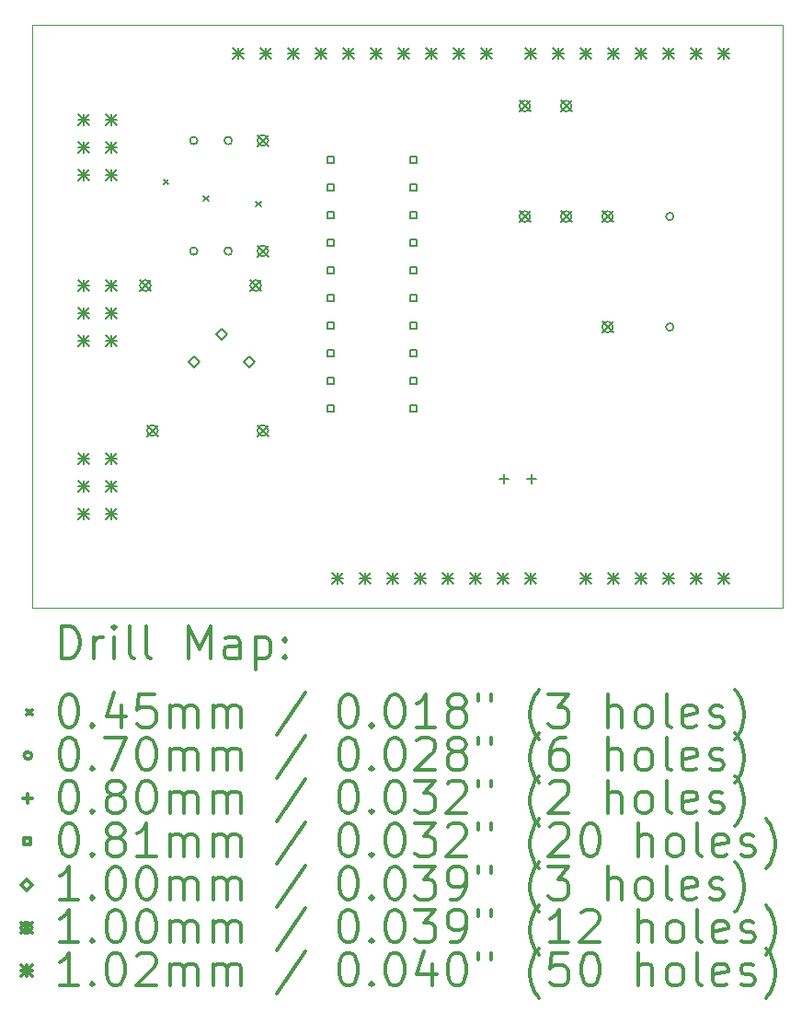
<source format=gbr>
%FSLAX45Y45*%
G04 Gerber Fmt 4.5, Leading zero omitted, Abs format (unit mm)*
G04 Created by KiCad (PCBNEW (after 2015-mar-04 BZR unknown)-product) date Fri 28 Oct 2016 10:27:26 AM CEST*
%MOMM*%
G01*
G04 APERTURE LIST*
%ADD10C,0.127000*%
%ADD11C,0.100000*%
%ADD12C,0.200000*%
%ADD13C,0.300000*%
G04 APERTURE END LIST*
D10*
D11*
X14833600Y-10515600D02*
X14833600Y-5156200D01*
X21742400Y-10515600D02*
X14833600Y-10515600D01*
X21742400Y-5156200D02*
X21742400Y-10515600D01*
X14833600Y-5156200D02*
X21742400Y-5156200D01*
D12*
X16043000Y-6581500D02*
X16088000Y-6626500D01*
X16088000Y-6581500D02*
X16043000Y-6626500D01*
X16411300Y-6733900D02*
X16456300Y-6778900D01*
X16456300Y-6733900D02*
X16411300Y-6778900D01*
X16893900Y-6784700D02*
X16938900Y-6829700D01*
X16938900Y-6784700D02*
X16893900Y-6829700D01*
X16354552Y-6223000D02*
G75*
G03X16354552Y-6223000I-35052J0D01*
G01*
X16354552Y-7239000D02*
G75*
G03X16354552Y-7239000I-35052J0D01*
G01*
X16672052Y-6223000D02*
G75*
G03X16672052Y-6223000I-35052J0D01*
G01*
X16672052Y-7239000D02*
G75*
G03X16672052Y-7239000I-35052J0D01*
G01*
X20736052Y-6921500D02*
G75*
G03X20736052Y-6921500I-35052J0D01*
G01*
X20736052Y-7937500D02*
G75*
G03X20736052Y-7937500I-35052J0D01*
G01*
X19177000Y-9294495D02*
X19177000Y-9374505D01*
X19136995Y-9334500D02*
X19217005Y-9334500D01*
X19431000Y-9294495D02*
X19431000Y-9374505D01*
X19390995Y-9334500D02*
X19471005Y-9334500D01*
X17605537Y-6429537D02*
X17605537Y-6372063D01*
X17548063Y-6372063D01*
X17548063Y-6429537D01*
X17605537Y-6429537D01*
X17605537Y-6683537D02*
X17605537Y-6626063D01*
X17548063Y-6626063D01*
X17548063Y-6683537D01*
X17605537Y-6683537D01*
X17605537Y-6937537D02*
X17605537Y-6880063D01*
X17548063Y-6880063D01*
X17548063Y-6937537D01*
X17605537Y-6937537D01*
X17605537Y-7191537D02*
X17605537Y-7134063D01*
X17548063Y-7134063D01*
X17548063Y-7191537D01*
X17605537Y-7191537D01*
X17605537Y-7445537D02*
X17605537Y-7388063D01*
X17548063Y-7388063D01*
X17548063Y-7445537D01*
X17605537Y-7445537D01*
X17605537Y-7699537D02*
X17605537Y-7642063D01*
X17548063Y-7642063D01*
X17548063Y-7699537D01*
X17605537Y-7699537D01*
X17605537Y-7953537D02*
X17605537Y-7896063D01*
X17548063Y-7896063D01*
X17548063Y-7953537D01*
X17605537Y-7953537D01*
X17605537Y-8207537D02*
X17605537Y-8150063D01*
X17548063Y-8150063D01*
X17548063Y-8207537D01*
X17605537Y-8207537D01*
X17605537Y-8461537D02*
X17605537Y-8404063D01*
X17548063Y-8404063D01*
X17548063Y-8461537D01*
X17605537Y-8461537D01*
X17605537Y-8715537D02*
X17605537Y-8658063D01*
X17548063Y-8658063D01*
X17548063Y-8715537D01*
X17605537Y-8715537D01*
X18367537Y-6429537D02*
X18367537Y-6372063D01*
X18310063Y-6372063D01*
X18310063Y-6429537D01*
X18367537Y-6429537D01*
X18367537Y-6683537D02*
X18367537Y-6626063D01*
X18310063Y-6626063D01*
X18310063Y-6683537D01*
X18367537Y-6683537D01*
X18367537Y-6937537D02*
X18367537Y-6880063D01*
X18310063Y-6880063D01*
X18310063Y-6937537D01*
X18367537Y-6937537D01*
X18367537Y-7191537D02*
X18367537Y-7134063D01*
X18310063Y-7134063D01*
X18310063Y-7191537D01*
X18367537Y-7191537D01*
X18367537Y-7445537D02*
X18367537Y-7388063D01*
X18310063Y-7388063D01*
X18310063Y-7445537D01*
X18367537Y-7445537D01*
X18367537Y-7699537D02*
X18367537Y-7642063D01*
X18310063Y-7642063D01*
X18310063Y-7699537D01*
X18367537Y-7699537D01*
X18367537Y-7953537D02*
X18367537Y-7896063D01*
X18310063Y-7896063D01*
X18310063Y-7953537D01*
X18367537Y-7953537D01*
X18367537Y-8207537D02*
X18367537Y-8150063D01*
X18310063Y-8150063D01*
X18310063Y-8207537D01*
X18367537Y-8207537D01*
X18367537Y-8461537D02*
X18367537Y-8404063D01*
X18310063Y-8404063D01*
X18310063Y-8461537D01*
X18367537Y-8461537D01*
X18367537Y-8715537D02*
X18367537Y-8658063D01*
X18310063Y-8658063D01*
X18310063Y-8715537D01*
X18367537Y-8715537D01*
X16319500Y-8305000D02*
X16369500Y-8255000D01*
X16319500Y-8205000D01*
X16269500Y-8255000D01*
X16319500Y-8305000D01*
X16573500Y-8051000D02*
X16623500Y-8001000D01*
X16573500Y-7951000D01*
X16523500Y-8001000D01*
X16573500Y-8051000D01*
X16827500Y-8305000D02*
X16877500Y-8255000D01*
X16827500Y-8205000D01*
X16777500Y-8255000D01*
X16827500Y-8305000D01*
X15824962Y-7506462D02*
X15925038Y-7606538D01*
X15925038Y-7506462D02*
X15824962Y-7606538D01*
X15925038Y-7556500D02*
G75*
G03X15925038Y-7556500I-50038J0D01*
G01*
X15888462Y-8839962D02*
X15988538Y-8940038D01*
X15988538Y-8839962D02*
X15888462Y-8940038D01*
X15988538Y-8890000D02*
G75*
G03X15988538Y-8890000I-50038J0D01*
G01*
X16840962Y-7506462D02*
X16941038Y-7606538D01*
X16941038Y-7506462D02*
X16840962Y-7606538D01*
X16941038Y-7556500D02*
G75*
G03X16941038Y-7556500I-50038J0D01*
G01*
X16904462Y-6172962D02*
X17004538Y-6273038D01*
X17004538Y-6172962D02*
X16904462Y-6273038D01*
X17004538Y-6223000D02*
G75*
G03X17004538Y-6223000I-50038J0D01*
G01*
X16904462Y-7188962D02*
X17004538Y-7289038D01*
X17004538Y-7188962D02*
X16904462Y-7289038D01*
X17004538Y-7239000D02*
G75*
G03X17004538Y-7239000I-50038J0D01*
G01*
X16904462Y-8839962D02*
X17004538Y-8940038D01*
X17004538Y-8839962D02*
X16904462Y-8940038D01*
X17004538Y-8890000D02*
G75*
G03X17004538Y-8890000I-50038J0D01*
G01*
X19317462Y-5855462D02*
X19417538Y-5955538D01*
X19417538Y-5855462D02*
X19317462Y-5955538D01*
X19417538Y-5905500D02*
G75*
G03X19417538Y-5905500I-50038J0D01*
G01*
X19317462Y-6871462D02*
X19417538Y-6971538D01*
X19417538Y-6871462D02*
X19317462Y-6971538D01*
X19417538Y-6921500D02*
G75*
G03X19417538Y-6921500I-50038J0D01*
G01*
X19698462Y-5855462D02*
X19798538Y-5955538D01*
X19798538Y-5855462D02*
X19698462Y-5955538D01*
X19798538Y-5905500D02*
G75*
G03X19798538Y-5905500I-50038J0D01*
G01*
X19698462Y-6871462D02*
X19798538Y-6971538D01*
X19798538Y-6871462D02*
X19698462Y-6971538D01*
X19798538Y-6921500D02*
G75*
G03X19798538Y-6921500I-50038J0D01*
G01*
X20079462Y-6871462D02*
X20179538Y-6971538D01*
X20179538Y-6871462D02*
X20079462Y-6971538D01*
X20179538Y-6921500D02*
G75*
G03X20179538Y-6921500I-50038J0D01*
G01*
X20079462Y-7887462D02*
X20179538Y-7987538D01*
X20179538Y-7887462D02*
X20079462Y-7987538D01*
X20179538Y-7937500D02*
G75*
G03X20179538Y-7937500I-50038J0D01*
G01*
X15252700Y-5981700D02*
X15354300Y-6083300D01*
X15354300Y-5981700D02*
X15252700Y-6083300D01*
X15303500Y-5981700D02*
X15303500Y-6083300D01*
X15252700Y-6032500D02*
X15354300Y-6032500D01*
X15252700Y-6235700D02*
X15354300Y-6337300D01*
X15354300Y-6235700D02*
X15252700Y-6337300D01*
X15303500Y-6235700D02*
X15303500Y-6337300D01*
X15252700Y-6286500D02*
X15354300Y-6286500D01*
X15252700Y-6489700D02*
X15354300Y-6591300D01*
X15354300Y-6489700D02*
X15252700Y-6591300D01*
X15303500Y-6489700D02*
X15303500Y-6591300D01*
X15252700Y-6540500D02*
X15354300Y-6540500D01*
X15252700Y-7505700D02*
X15354300Y-7607300D01*
X15354300Y-7505700D02*
X15252700Y-7607300D01*
X15303500Y-7505700D02*
X15303500Y-7607300D01*
X15252700Y-7556500D02*
X15354300Y-7556500D01*
X15252700Y-7759700D02*
X15354300Y-7861300D01*
X15354300Y-7759700D02*
X15252700Y-7861300D01*
X15303500Y-7759700D02*
X15303500Y-7861300D01*
X15252700Y-7810500D02*
X15354300Y-7810500D01*
X15252700Y-8013700D02*
X15354300Y-8115300D01*
X15354300Y-8013700D02*
X15252700Y-8115300D01*
X15303500Y-8013700D02*
X15303500Y-8115300D01*
X15252700Y-8064500D02*
X15354300Y-8064500D01*
X15252700Y-9093200D02*
X15354300Y-9194800D01*
X15354300Y-9093200D02*
X15252700Y-9194800D01*
X15303500Y-9093200D02*
X15303500Y-9194800D01*
X15252700Y-9144000D02*
X15354300Y-9144000D01*
X15252700Y-9347200D02*
X15354300Y-9448800D01*
X15354300Y-9347200D02*
X15252700Y-9448800D01*
X15303500Y-9347200D02*
X15303500Y-9448800D01*
X15252700Y-9398000D02*
X15354300Y-9398000D01*
X15252700Y-9601200D02*
X15354300Y-9702800D01*
X15354300Y-9601200D02*
X15252700Y-9702800D01*
X15303500Y-9601200D02*
X15303500Y-9702800D01*
X15252700Y-9652000D02*
X15354300Y-9652000D01*
X15506700Y-5981700D02*
X15608300Y-6083300D01*
X15608300Y-5981700D02*
X15506700Y-6083300D01*
X15557500Y-5981700D02*
X15557500Y-6083300D01*
X15506700Y-6032500D02*
X15608300Y-6032500D01*
X15506700Y-6235700D02*
X15608300Y-6337300D01*
X15608300Y-6235700D02*
X15506700Y-6337300D01*
X15557500Y-6235700D02*
X15557500Y-6337300D01*
X15506700Y-6286500D02*
X15608300Y-6286500D01*
X15506700Y-6489700D02*
X15608300Y-6591300D01*
X15608300Y-6489700D02*
X15506700Y-6591300D01*
X15557500Y-6489700D02*
X15557500Y-6591300D01*
X15506700Y-6540500D02*
X15608300Y-6540500D01*
X15506700Y-7505700D02*
X15608300Y-7607300D01*
X15608300Y-7505700D02*
X15506700Y-7607300D01*
X15557500Y-7505700D02*
X15557500Y-7607300D01*
X15506700Y-7556500D02*
X15608300Y-7556500D01*
X15506700Y-7759700D02*
X15608300Y-7861300D01*
X15608300Y-7759700D02*
X15506700Y-7861300D01*
X15557500Y-7759700D02*
X15557500Y-7861300D01*
X15506700Y-7810500D02*
X15608300Y-7810500D01*
X15506700Y-8013700D02*
X15608300Y-8115300D01*
X15608300Y-8013700D02*
X15506700Y-8115300D01*
X15557500Y-8013700D02*
X15557500Y-8115300D01*
X15506700Y-8064500D02*
X15608300Y-8064500D01*
X15506700Y-9093200D02*
X15608300Y-9194800D01*
X15608300Y-9093200D02*
X15506700Y-9194800D01*
X15557500Y-9093200D02*
X15557500Y-9194800D01*
X15506700Y-9144000D02*
X15608300Y-9144000D01*
X15506700Y-9347200D02*
X15608300Y-9448800D01*
X15608300Y-9347200D02*
X15506700Y-9448800D01*
X15557500Y-9347200D02*
X15557500Y-9448800D01*
X15506700Y-9398000D02*
X15608300Y-9398000D01*
X15506700Y-9601200D02*
X15608300Y-9702800D01*
X15608300Y-9601200D02*
X15506700Y-9702800D01*
X15557500Y-9601200D02*
X15557500Y-9702800D01*
X15506700Y-9652000D02*
X15608300Y-9652000D01*
X16678910Y-5369560D02*
X16780510Y-5471160D01*
X16780510Y-5369560D02*
X16678910Y-5471160D01*
X16729710Y-5369560D02*
X16729710Y-5471160D01*
X16678910Y-5420360D02*
X16780510Y-5420360D01*
X16932910Y-5369560D02*
X17034510Y-5471160D01*
X17034510Y-5369560D02*
X16932910Y-5471160D01*
X16983710Y-5369560D02*
X16983710Y-5471160D01*
X16932910Y-5420360D02*
X17034510Y-5420360D01*
X17186910Y-5369560D02*
X17288510Y-5471160D01*
X17288510Y-5369560D02*
X17186910Y-5471160D01*
X17237710Y-5369560D02*
X17237710Y-5471160D01*
X17186910Y-5420360D02*
X17288510Y-5420360D01*
X17440910Y-5369560D02*
X17542510Y-5471160D01*
X17542510Y-5369560D02*
X17440910Y-5471160D01*
X17491710Y-5369560D02*
X17491710Y-5471160D01*
X17440910Y-5420360D02*
X17542510Y-5420360D01*
X17593310Y-10195560D02*
X17694910Y-10297160D01*
X17694910Y-10195560D02*
X17593310Y-10297160D01*
X17644110Y-10195560D02*
X17644110Y-10297160D01*
X17593310Y-10246360D02*
X17694910Y-10246360D01*
X17694910Y-5369560D02*
X17796510Y-5471160D01*
X17796510Y-5369560D02*
X17694910Y-5471160D01*
X17745710Y-5369560D02*
X17745710Y-5471160D01*
X17694910Y-5420360D02*
X17796510Y-5420360D01*
X17847310Y-10195560D02*
X17948910Y-10297160D01*
X17948910Y-10195560D02*
X17847310Y-10297160D01*
X17898110Y-10195560D02*
X17898110Y-10297160D01*
X17847310Y-10246360D02*
X17948910Y-10246360D01*
X17948910Y-5369560D02*
X18050510Y-5471160D01*
X18050510Y-5369560D02*
X17948910Y-5471160D01*
X17999710Y-5369560D02*
X17999710Y-5471160D01*
X17948910Y-5420360D02*
X18050510Y-5420360D01*
X18101310Y-10195560D02*
X18202910Y-10297160D01*
X18202910Y-10195560D02*
X18101310Y-10297160D01*
X18152110Y-10195560D02*
X18152110Y-10297160D01*
X18101310Y-10246360D02*
X18202910Y-10246360D01*
X18202910Y-5369560D02*
X18304510Y-5471160D01*
X18304510Y-5369560D02*
X18202910Y-5471160D01*
X18253710Y-5369560D02*
X18253710Y-5471160D01*
X18202910Y-5420360D02*
X18304510Y-5420360D01*
X18355310Y-10195560D02*
X18456910Y-10297160D01*
X18456910Y-10195560D02*
X18355310Y-10297160D01*
X18406110Y-10195560D02*
X18406110Y-10297160D01*
X18355310Y-10246360D02*
X18456910Y-10246360D01*
X18456910Y-5369560D02*
X18558510Y-5471160D01*
X18558510Y-5369560D02*
X18456910Y-5471160D01*
X18507710Y-5369560D02*
X18507710Y-5471160D01*
X18456910Y-5420360D02*
X18558510Y-5420360D01*
X18609310Y-10195560D02*
X18710910Y-10297160D01*
X18710910Y-10195560D02*
X18609310Y-10297160D01*
X18660110Y-10195560D02*
X18660110Y-10297160D01*
X18609310Y-10246360D02*
X18710910Y-10246360D01*
X18710910Y-5369560D02*
X18812510Y-5471160D01*
X18812510Y-5369560D02*
X18710910Y-5471160D01*
X18761710Y-5369560D02*
X18761710Y-5471160D01*
X18710910Y-5420360D02*
X18812510Y-5420360D01*
X18863310Y-10195560D02*
X18964910Y-10297160D01*
X18964910Y-10195560D02*
X18863310Y-10297160D01*
X18914110Y-10195560D02*
X18914110Y-10297160D01*
X18863310Y-10246360D02*
X18964910Y-10246360D01*
X18964910Y-5369560D02*
X19066510Y-5471160D01*
X19066510Y-5369560D02*
X18964910Y-5471160D01*
X19015710Y-5369560D02*
X19015710Y-5471160D01*
X18964910Y-5420360D02*
X19066510Y-5420360D01*
X19117310Y-10195560D02*
X19218910Y-10297160D01*
X19218910Y-10195560D02*
X19117310Y-10297160D01*
X19168110Y-10195560D02*
X19168110Y-10297160D01*
X19117310Y-10246360D02*
X19218910Y-10246360D01*
X19371310Y-5369560D02*
X19472910Y-5471160D01*
X19472910Y-5369560D02*
X19371310Y-5471160D01*
X19422110Y-5369560D02*
X19422110Y-5471160D01*
X19371310Y-5420360D02*
X19472910Y-5420360D01*
X19371310Y-10195560D02*
X19472910Y-10297160D01*
X19472910Y-10195560D02*
X19371310Y-10297160D01*
X19422110Y-10195560D02*
X19422110Y-10297160D01*
X19371310Y-10246360D02*
X19472910Y-10246360D01*
X19625310Y-5369560D02*
X19726910Y-5471160D01*
X19726910Y-5369560D02*
X19625310Y-5471160D01*
X19676110Y-5369560D02*
X19676110Y-5471160D01*
X19625310Y-5420360D02*
X19726910Y-5420360D01*
X19879310Y-5369560D02*
X19980910Y-5471160D01*
X19980910Y-5369560D02*
X19879310Y-5471160D01*
X19930110Y-5369560D02*
X19930110Y-5471160D01*
X19879310Y-5420360D02*
X19980910Y-5420360D01*
X19879310Y-10195560D02*
X19980910Y-10297160D01*
X19980910Y-10195560D02*
X19879310Y-10297160D01*
X19930110Y-10195560D02*
X19930110Y-10297160D01*
X19879310Y-10246360D02*
X19980910Y-10246360D01*
X20133310Y-5369560D02*
X20234910Y-5471160D01*
X20234910Y-5369560D02*
X20133310Y-5471160D01*
X20184110Y-5369560D02*
X20184110Y-5471160D01*
X20133310Y-5420360D02*
X20234910Y-5420360D01*
X20133310Y-10195560D02*
X20234910Y-10297160D01*
X20234910Y-10195560D02*
X20133310Y-10297160D01*
X20184110Y-10195560D02*
X20184110Y-10297160D01*
X20133310Y-10246360D02*
X20234910Y-10246360D01*
X20387310Y-5369560D02*
X20488910Y-5471160D01*
X20488910Y-5369560D02*
X20387310Y-5471160D01*
X20438110Y-5369560D02*
X20438110Y-5471160D01*
X20387310Y-5420360D02*
X20488910Y-5420360D01*
X20387310Y-10195560D02*
X20488910Y-10297160D01*
X20488910Y-10195560D02*
X20387310Y-10297160D01*
X20438110Y-10195560D02*
X20438110Y-10297160D01*
X20387310Y-10246360D02*
X20488910Y-10246360D01*
X20641310Y-5369560D02*
X20742910Y-5471160D01*
X20742910Y-5369560D02*
X20641310Y-5471160D01*
X20692110Y-5369560D02*
X20692110Y-5471160D01*
X20641310Y-5420360D02*
X20742910Y-5420360D01*
X20641310Y-10195560D02*
X20742910Y-10297160D01*
X20742910Y-10195560D02*
X20641310Y-10297160D01*
X20692110Y-10195560D02*
X20692110Y-10297160D01*
X20641310Y-10246360D02*
X20742910Y-10246360D01*
X20895310Y-5369560D02*
X20996910Y-5471160D01*
X20996910Y-5369560D02*
X20895310Y-5471160D01*
X20946110Y-5369560D02*
X20946110Y-5471160D01*
X20895310Y-5420360D02*
X20996910Y-5420360D01*
X20895310Y-10195560D02*
X20996910Y-10297160D01*
X20996910Y-10195560D02*
X20895310Y-10297160D01*
X20946110Y-10195560D02*
X20946110Y-10297160D01*
X20895310Y-10246360D02*
X20996910Y-10246360D01*
X21149310Y-5369560D02*
X21250910Y-5471160D01*
X21250910Y-5369560D02*
X21149310Y-5471160D01*
X21200110Y-5369560D02*
X21200110Y-5471160D01*
X21149310Y-5420360D02*
X21250910Y-5420360D01*
X21149310Y-10195560D02*
X21250910Y-10297160D01*
X21250910Y-10195560D02*
X21149310Y-10297160D01*
X21200110Y-10195560D02*
X21200110Y-10297160D01*
X21149310Y-10246360D02*
X21250910Y-10246360D01*
D13*
X15100028Y-10986314D02*
X15100028Y-10686314D01*
X15171457Y-10686314D01*
X15214314Y-10700600D01*
X15242886Y-10729172D01*
X15257171Y-10757743D01*
X15271457Y-10814886D01*
X15271457Y-10857743D01*
X15257171Y-10914886D01*
X15242886Y-10943457D01*
X15214314Y-10972029D01*
X15171457Y-10986314D01*
X15100028Y-10986314D01*
X15400028Y-10986314D02*
X15400028Y-10786314D01*
X15400028Y-10843457D02*
X15414314Y-10814886D01*
X15428600Y-10800600D01*
X15457171Y-10786314D01*
X15485743Y-10786314D01*
X15585743Y-10986314D02*
X15585743Y-10786314D01*
X15585743Y-10686314D02*
X15571457Y-10700600D01*
X15585743Y-10714886D01*
X15600028Y-10700600D01*
X15585743Y-10686314D01*
X15585743Y-10714886D01*
X15771457Y-10986314D02*
X15742886Y-10972029D01*
X15728600Y-10943457D01*
X15728600Y-10686314D01*
X15928600Y-10986314D02*
X15900028Y-10972029D01*
X15885743Y-10943457D01*
X15885743Y-10686314D01*
X16271457Y-10986314D02*
X16271457Y-10686314D01*
X16371457Y-10900600D01*
X16471457Y-10686314D01*
X16471457Y-10986314D01*
X16742886Y-10986314D02*
X16742886Y-10829172D01*
X16728600Y-10800600D01*
X16700028Y-10786314D01*
X16642886Y-10786314D01*
X16614314Y-10800600D01*
X16742886Y-10972029D02*
X16714314Y-10986314D01*
X16642886Y-10986314D01*
X16614314Y-10972029D01*
X16600028Y-10943457D01*
X16600028Y-10914886D01*
X16614314Y-10886314D01*
X16642886Y-10872029D01*
X16714314Y-10872029D01*
X16742886Y-10857743D01*
X16885743Y-10786314D02*
X16885743Y-11086314D01*
X16885743Y-10800600D02*
X16914314Y-10786314D01*
X16971457Y-10786314D01*
X17000029Y-10800600D01*
X17014314Y-10814886D01*
X17028600Y-10843457D01*
X17028600Y-10929172D01*
X17014314Y-10957743D01*
X17000029Y-10972029D01*
X16971457Y-10986314D01*
X16914314Y-10986314D01*
X16885743Y-10972029D01*
X17157171Y-10957743D02*
X17171457Y-10972029D01*
X17157171Y-10986314D01*
X17142886Y-10972029D01*
X17157171Y-10957743D01*
X17157171Y-10986314D01*
X17157171Y-10800600D02*
X17171457Y-10814886D01*
X17157171Y-10829172D01*
X17142886Y-10814886D01*
X17157171Y-10800600D01*
X17157171Y-10829172D01*
X14783600Y-11458100D02*
X14828600Y-11503100D01*
X14828600Y-11458100D02*
X14783600Y-11503100D01*
X15157171Y-11316314D02*
X15185743Y-11316314D01*
X15214314Y-11330600D01*
X15228600Y-11344886D01*
X15242886Y-11373457D01*
X15257171Y-11430600D01*
X15257171Y-11502029D01*
X15242886Y-11559171D01*
X15228600Y-11587743D01*
X15214314Y-11602029D01*
X15185743Y-11616314D01*
X15157171Y-11616314D01*
X15128600Y-11602029D01*
X15114314Y-11587743D01*
X15100028Y-11559171D01*
X15085743Y-11502029D01*
X15085743Y-11430600D01*
X15100028Y-11373457D01*
X15114314Y-11344886D01*
X15128600Y-11330600D01*
X15157171Y-11316314D01*
X15385743Y-11587743D02*
X15400028Y-11602029D01*
X15385743Y-11616314D01*
X15371457Y-11602029D01*
X15385743Y-11587743D01*
X15385743Y-11616314D01*
X15657171Y-11416314D02*
X15657171Y-11616314D01*
X15585743Y-11302029D02*
X15514314Y-11516314D01*
X15700028Y-11516314D01*
X15957171Y-11316314D02*
X15814314Y-11316314D01*
X15800028Y-11459171D01*
X15814314Y-11444886D01*
X15842886Y-11430600D01*
X15914314Y-11430600D01*
X15942886Y-11444886D01*
X15957171Y-11459171D01*
X15971457Y-11487743D01*
X15971457Y-11559171D01*
X15957171Y-11587743D01*
X15942886Y-11602029D01*
X15914314Y-11616314D01*
X15842886Y-11616314D01*
X15814314Y-11602029D01*
X15800028Y-11587743D01*
X16100028Y-11616314D02*
X16100028Y-11416314D01*
X16100028Y-11444886D02*
X16114314Y-11430600D01*
X16142886Y-11416314D01*
X16185743Y-11416314D01*
X16214314Y-11430600D01*
X16228600Y-11459171D01*
X16228600Y-11616314D01*
X16228600Y-11459171D02*
X16242886Y-11430600D01*
X16271457Y-11416314D01*
X16314314Y-11416314D01*
X16342886Y-11430600D01*
X16357171Y-11459171D01*
X16357171Y-11616314D01*
X16500028Y-11616314D02*
X16500028Y-11416314D01*
X16500028Y-11444886D02*
X16514314Y-11430600D01*
X16542886Y-11416314D01*
X16585743Y-11416314D01*
X16614314Y-11430600D01*
X16628600Y-11459171D01*
X16628600Y-11616314D01*
X16628600Y-11459171D02*
X16642886Y-11430600D01*
X16671457Y-11416314D01*
X16714314Y-11416314D01*
X16742886Y-11430600D01*
X16757171Y-11459171D01*
X16757171Y-11616314D01*
X17342886Y-11302029D02*
X17085743Y-11687743D01*
X17728600Y-11316314D02*
X17757171Y-11316314D01*
X17785743Y-11330600D01*
X17800028Y-11344886D01*
X17814314Y-11373457D01*
X17828600Y-11430600D01*
X17828600Y-11502029D01*
X17814314Y-11559171D01*
X17800028Y-11587743D01*
X17785743Y-11602029D01*
X17757171Y-11616314D01*
X17728600Y-11616314D01*
X17700028Y-11602029D01*
X17685743Y-11587743D01*
X17671457Y-11559171D01*
X17657171Y-11502029D01*
X17657171Y-11430600D01*
X17671457Y-11373457D01*
X17685743Y-11344886D01*
X17700028Y-11330600D01*
X17728600Y-11316314D01*
X17957171Y-11587743D02*
X17971457Y-11602029D01*
X17957171Y-11616314D01*
X17942886Y-11602029D01*
X17957171Y-11587743D01*
X17957171Y-11616314D01*
X18157171Y-11316314D02*
X18185743Y-11316314D01*
X18214314Y-11330600D01*
X18228600Y-11344886D01*
X18242886Y-11373457D01*
X18257171Y-11430600D01*
X18257171Y-11502029D01*
X18242886Y-11559171D01*
X18228600Y-11587743D01*
X18214314Y-11602029D01*
X18185743Y-11616314D01*
X18157171Y-11616314D01*
X18128600Y-11602029D01*
X18114314Y-11587743D01*
X18100028Y-11559171D01*
X18085743Y-11502029D01*
X18085743Y-11430600D01*
X18100028Y-11373457D01*
X18114314Y-11344886D01*
X18128600Y-11330600D01*
X18157171Y-11316314D01*
X18542886Y-11616314D02*
X18371457Y-11616314D01*
X18457171Y-11616314D02*
X18457171Y-11316314D01*
X18428600Y-11359171D01*
X18400028Y-11387743D01*
X18371457Y-11402029D01*
X18714314Y-11444886D02*
X18685743Y-11430600D01*
X18671457Y-11416314D01*
X18657171Y-11387743D01*
X18657171Y-11373457D01*
X18671457Y-11344886D01*
X18685743Y-11330600D01*
X18714314Y-11316314D01*
X18771457Y-11316314D01*
X18800028Y-11330600D01*
X18814314Y-11344886D01*
X18828600Y-11373457D01*
X18828600Y-11387743D01*
X18814314Y-11416314D01*
X18800028Y-11430600D01*
X18771457Y-11444886D01*
X18714314Y-11444886D01*
X18685743Y-11459171D01*
X18671457Y-11473457D01*
X18657171Y-11502029D01*
X18657171Y-11559171D01*
X18671457Y-11587743D01*
X18685743Y-11602029D01*
X18714314Y-11616314D01*
X18771457Y-11616314D01*
X18800028Y-11602029D01*
X18814314Y-11587743D01*
X18828600Y-11559171D01*
X18828600Y-11502029D01*
X18814314Y-11473457D01*
X18800028Y-11459171D01*
X18771457Y-11444886D01*
X18942886Y-11316314D02*
X18942886Y-11373457D01*
X19057171Y-11316314D02*
X19057171Y-11373457D01*
X19500028Y-11730600D02*
X19485743Y-11716314D01*
X19457171Y-11673457D01*
X19442886Y-11644886D01*
X19428600Y-11602029D01*
X19414314Y-11530600D01*
X19414314Y-11473457D01*
X19428600Y-11402029D01*
X19442886Y-11359171D01*
X19457171Y-11330600D01*
X19485743Y-11287743D01*
X19500028Y-11273457D01*
X19585743Y-11316314D02*
X19771457Y-11316314D01*
X19671457Y-11430600D01*
X19714314Y-11430600D01*
X19742886Y-11444886D01*
X19757171Y-11459171D01*
X19771457Y-11487743D01*
X19771457Y-11559171D01*
X19757171Y-11587743D01*
X19742886Y-11602029D01*
X19714314Y-11616314D01*
X19628600Y-11616314D01*
X19600028Y-11602029D01*
X19585743Y-11587743D01*
X20128600Y-11616314D02*
X20128600Y-11316314D01*
X20257171Y-11616314D02*
X20257171Y-11459171D01*
X20242886Y-11430600D01*
X20214314Y-11416314D01*
X20171457Y-11416314D01*
X20142886Y-11430600D01*
X20128600Y-11444886D01*
X20442886Y-11616314D02*
X20414314Y-11602029D01*
X20400028Y-11587743D01*
X20385743Y-11559171D01*
X20385743Y-11473457D01*
X20400028Y-11444886D01*
X20414314Y-11430600D01*
X20442886Y-11416314D01*
X20485743Y-11416314D01*
X20514314Y-11430600D01*
X20528600Y-11444886D01*
X20542886Y-11473457D01*
X20542886Y-11559171D01*
X20528600Y-11587743D01*
X20514314Y-11602029D01*
X20485743Y-11616314D01*
X20442886Y-11616314D01*
X20714314Y-11616314D02*
X20685743Y-11602029D01*
X20671457Y-11573457D01*
X20671457Y-11316314D01*
X20942886Y-11602029D02*
X20914314Y-11616314D01*
X20857171Y-11616314D01*
X20828600Y-11602029D01*
X20814314Y-11573457D01*
X20814314Y-11459171D01*
X20828600Y-11430600D01*
X20857171Y-11416314D01*
X20914314Y-11416314D01*
X20942886Y-11430600D01*
X20957171Y-11459171D01*
X20957171Y-11487743D01*
X20814314Y-11516314D01*
X21071457Y-11602029D02*
X21100029Y-11616314D01*
X21157171Y-11616314D01*
X21185743Y-11602029D01*
X21200029Y-11573457D01*
X21200029Y-11559171D01*
X21185743Y-11530600D01*
X21157171Y-11516314D01*
X21114314Y-11516314D01*
X21085743Y-11502029D01*
X21071457Y-11473457D01*
X21071457Y-11459171D01*
X21085743Y-11430600D01*
X21114314Y-11416314D01*
X21157171Y-11416314D01*
X21185743Y-11430600D01*
X21300028Y-11730600D02*
X21314314Y-11716314D01*
X21342886Y-11673457D01*
X21357171Y-11644886D01*
X21371457Y-11602029D01*
X21385743Y-11530600D01*
X21385743Y-11473457D01*
X21371457Y-11402029D01*
X21357171Y-11359171D01*
X21342886Y-11330600D01*
X21314314Y-11287743D01*
X21300028Y-11273457D01*
X14828600Y-11876600D02*
G75*
G03X14828600Y-11876600I-35052J0D01*
G01*
X15157171Y-11712314D02*
X15185743Y-11712314D01*
X15214314Y-11726600D01*
X15228600Y-11740886D01*
X15242886Y-11769457D01*
X15257171Y-11826600D01*
X15257171Y-11898029D01*
X15242886Y-11955171D01*
X15228600Y-11983743D01*
X15214314Y-11998029D01*
X15185743Y-12012314D01*
X15157171Y-12012314D01*
X15128600Y-11998029D01*
X15114314Y-11983743D01*
X15100028Y-11955171D01*
X15085743Y-11898029D01*
X15085743Y-11826600D01*
X15100028Y-11769457D01*
X15114314Y-11740886D01*
X15128600Y-11726600D01*
X15157171Y-11712314D01*
X15385743Y-11983743D02*
X15400028Y-11998029D01*
X15385743Y-12012314D01*
X15371457Y-11998029D01*
X15385743Y-11983743D01*
X15385743Y-12012314D01*
X15500028Y-11712314D02*
X15700028Y-11712314D01*
X15571457Y-12012314D01*
X15871457Y-11712314D02*
X15900028Y-11712314D01*
X15928600Y-11726600D01*
X15942886Y-11740886D01*
X15957171Y-11769457D01*
X15971457Y-11826600D01*
X15971457Y-11898029D01*
X15957171Y-11955171D01*
X15942886Y-11983743D01*
X15928600Y-11998029D01*
X15900028Y-12012314D01*
X15871457Y-12012314D01*
X15842886Y-11998029D01*
X15828600Y-11983743D01*
X15814314Y-11955171D01*
X15800028Y-11898029D01*
X15800028Y-11826600D01*
X15814314Y-11769457D01*
X15828600Y-11740886D01*
X15842886Y-11726600D01*
X15871457Y-11712314D01*
X16100028Y-12012314D02*
X16100028Y-11812314D01*
X16100028Y-11840886D02*
X16114314Y-11826600D01*
X16142886Y-11812314D01*
X16185743Y-11812314D01*
X16214314Y-11826600D01*
X16228600Y-11855171D01*
X16228600Y-12012314D01*
X16228600Y-11855171D02*
X16242886Y-11826600D01*
X16271457Y-11812314D01*
X16314314Y-11812314D01*
X16342886Y-11826600D01*
X16357171Y-11855171D01*
X16357171Y-12012314D01*
X16500028Y-12012314D02*
X16500028Y-11812314D01*
X16500028Y-11840886D02*
X16514314Y-11826600D01*
X16542886Y-11812314D01*
X16585743Y-11812314D01*
X16614314Y-11826600D01*
X16628600Y-11855171D01*
X16628600Y-12012314D01*
X16628600Y-11855171D02*
X16642886Y-11826600D01*
X16671457Y-11812314D01*
X16714314Y-11812314D01*
X16742886Y-11826600D01*
X16757171Y-11855171D01*
X16757171Y-12012314D01*
X17342886Y-11698029D02*
X17085743Y-12083743D01*
X17728600Y-11712314D02*
X17757171Y-11712314D01*
X17785743Y-11726600D01*
X17800028Y-11740886D01*
X17814314Y-11769457D01*
X17828600Y-11826600D01*
X17828600Y-11898029D01*
X17814314Y-11955171D01*
X17800028Y-11983743D01*
X17785743Y-11998029D01*
X17757171Y-12012314D01*
X17728600Y-12012314D01*
X17700028Y-11998029D01*
X17685743Y-11983743D01*
X17671457Y-11955171D01*
X17657171Y-11898029D01*
X17657171Y-11826600D01*
X17671457Y-11769457D01*
X17685743Y-11740886D01*
X17700028Y-11726600D01*
X17728600Y-11712314D01*
X17957171Y-11983743D02*
X17971457Y-11998029D01*
X17957171Y-12012314D01*
X17942886Y-11998029D01*
X17957171Y-11983743D01*
X17957171Y-12012314D01*
X18157171Y-11712314D02*
X18185743Y-11712314D01*
X18214314Y-11726600D01*
X18228600Y-11740886D01*
X18242886Y-11769457D01*
X18257171Y-11826600D01*
X18257171Y-11898029D01*
X18242886Y-11955171D01*
X18228600Y-11983743D01*
X18214314Y-11998029D01*
X18185743Y-12012314D01*
X18157171Y-12012314D01*
X18128600Y-11998029D01*
X18114314Y-11983743D01*
X18100028Y-11955171D01*
X18085743Y-11898029D01*
X18085743Y-11826600D01*
X18100028Y-11769457D01*
X18114314Y-11740886D01*
X18128600Y-11726600D01*
X18157171Y-11712314D01*
X18371457Y-11740886D02*
X18385743Y-11726600D01*
X18414314Y-11712314D01*
X18485743Y-11712314D01*
X18514314Y-11726600D01*
X18528600Y-11740886D01*
X18542886Y-11769457D01*
X18542886Y-11798029D01*
X18528600Y-11840886D01*
X18357171Y-12012314D01*
X18542886Y-12012314D01*
X18714314Y-11840886D02*
X18685743Y-11826600D01*
X18671457Y-11812314D01*
X18657171Y-11783743D01*
X18657171Y-11769457D01*
X18671457Y-11740886D01*
X18685743Y-11726600D01*
X18714314Y-11712314D01*
X18771457Y-11712314D01*
X18800028Y-11726600D01*
X18814314Y-11740886D01*
X18828600Y-11769457D01*
X18828600Y-11783743D01*
X18814314Y-11812314D01*
X18800028Y-11826600D01*
X18771457Y-11840886D01*
X18714314Y-11840886D01*
X18685743Y-11855171D01*
X18671457Y-11869457D01*
X18657171Y-11898029D01*
X18657171Y-11955171D01*
X18671457Y-11983743D01*
X18685743Y-11998029D01*
X18714314Y-12012314D01*
X18771457Y-12012314D01*
X18800028Y-11998029D01*
X18814314Y-11983743D01*
X18828600Y-11955171D01*
X18828600Y-11898029D01*
X18814314Y-11869457D01*
X18800028Y-11855171D01*
X18771457Y-11840886D01*
X18942886Y-11712314D02*
X18942886Y-11769457D01*
X19057171Y-11712314D02*
X19057171Y-11769457D01*
X19500028Y-12126600D02*
X19485743Y-12112314D01*
X19457171Y-12069457D01*
X19442886Y-12040886D01*
X19428600Y-11998029D01*
X19414314Y-11926600D01*
X19414314Y-11869457D01*
X19428600Y-11798029D01*
X19442886Y-11755171D01*
X19457171Y-11726600D01*
X19485743Y-11683743D01*
X19500028Y-11669457D01*
X19742886Y-11712314D02*
X19685743Y-11712314D01*
X19657171Y-11726600D01*
X19642886Y-11740886D01*
X19614314Y-11783743D01*
X19600028Y-11840886D01*
X19600028Y-11955171D01*
X19614314Y-11983743D01*
X19628600Y-11998029D01*
X19657171Y-12012314D01*
X19714314Y-12012314D01*
X19742886Y-11998029D01*
X19757171Y-11983743D01*
X19771457Y-11955171D01*
X19771457Y-11883743D01*
X19757171Y-11855171D01*
X19742886Y-11840886D01*
X19714314Y-11826600D01*
X19657171Y-11826600D01*
X19628600Y-11840886D01*
X19614314Y-11855171D01*
X19600028Y-11883743D01*
X20128600Y-12012314D02*
X20128600Y-11712314D01*
X20257171Y-12012314D02*
X20257171Y-11855171D01*
X20242886Y-11826600D01*
X20214314Y-11812314D01*
X20171457Y-11812314D01*
X20142886Y-11826600D01*
X20128600Y-11840886D01*
X20442886Y-12012314D02*
X20414314Y-11998029D01*
X20400028Y-11983743D01*
X20385743Y-11955171D01*
X20385743Y-11869457D01*
X20400028Y-11840886D01*
X20414314Y-11826600D01*
X20442886Y-11812314D01*
X20485743Y-11812314D01*
X20514314Y-11826600D01*
X20528600Y-11840886D01*
X20542886Y-11869457D01*
X20542886Y-11955171D01*
X20528600Y-11983743D01*
X20514314Y-11998029D01*
X20485743Y-12012314D01*
X20442886Y-12012314D01*
X20714314Y-12012314D02*
X20685743Y-11998029D01*
X20671457Y-11969457D01*
X20671457Y-11712314D01*
X20942886Y-11998029D02*
X20914314Y-12012314D01*
X20857171Y-12012314D01*
X20828600Y-11998029D01*
X20814314Y-11969457D01*
X20814314Y-11855171D01*
X20828600Y-11826600D01*
X20857171Y-11812314D01*
X20914314Y-11812314D01*
X20942886Y-11826600D01*
X20957171Y-11855171D01*
X20957171Y-11883743D01*
X20814314Y-11912314D01*
X21071457Y-11998029D02*
X21100029Y-12012314D01*
X21157171Y-12012314D01*
X21185743Y-11998029D01*
X21200029Y-11969457D01*
X21200029Y-11955171D01*
X21185743Y-11926600D01*
X21157171Y-11912314D01*
X21114314Y-11912314D01*
X21085743Y-11898029D01*
X21071457Y-11869457D01*
X21071457Y-11855171D01*
X21085743Y-11826600D01*
X21114314Y-11812314D01*
X21157171Y-11812314D01*
X21185743Y-11826600D01*
X21300028Y-12126600D02*
X21314314Y-12112314D01*
X21342886Y-12069457D01*
X21357171Y-12040886D01*
X21371457Y-11998029D01*
X21385743Y-11926600D01*
X21385743Y-11869457D01*
X21371457Y-11798029D01*
X21357171Y-11755171D01*
X21342886Y-11726600D01*
X21314314Y-11683743D01*
X21300028Y-11669457D01*
X14788595Y-12232595D02*
X14788595Y-12312605D01*
X14748590Y-12272600D02*
X14828600Y-12272600D01*
X15157171Y-12108314D02*
X15185743Y-12108314D01*
X15214314Y-12122600D01*
X15228600Y-12136886D01*
X15242886Y-12165457D01*
X15257171Y-12222600D01*
X15257171Y-12294029D01*
X15242886Y-12351171D01*
X15228600Y-12379743D01*
X15214314Y-12394029D01*
X15185743Y-12408314D01*
X15157171Y-12408314D01*
X15128600Y-12394029D01*
X15114314Y-12379743D01*
X15100028Y-12351171D01*
X15085743Y-12294029D01*
X15085743Y-12222600D01*
X15100028Y-12165457D01*
X15114314Y-12136886D01*
X15128600Y-12122600D01*
X15157171Y-12108314D01*
X15385743Y-12379743D02*
X15400028Y-12394029D01*
X15385743Y-12408314D01*
X15371457Y-12394029D01*
X15385743Y-12379743D01*
X15385743Y-12408314D01*
X15571457Y-12236886D02*
X15542886Y-12222600D01*
X15528600Y-12208314D01*
X15514314Y-12179743D01*
X15514314Y-12165457D01*
X15528600Y-12136886D01*
X15542886Y-12122600D01*
X15571457Y-12108314D01*
X15628600Y-12108314D01*
X15657171Y-12122600D01*
X15671457Y-12136886D01*
X15685743Y-12165457D01*
X15685743Y-12179743D01*
X15671457Y-12208314D01*
X15657171Y-12222600D01*
X15628600Y-12236886D01*
X15571457Y-12236886D01*
X15542886Y-12251171D01*
X15528600Y-12265457D01*
X15514314Y-12294029D01*
X15514314Y-12351171D01*
X15528600Y-12379743D01*
X15542886Y-12394029D01*
X15571457Y-12408314D01*
X15628600Y-12408314D01*
X15657171Y-12394029D01*
X15671457Y-12379743D01*
X15685743Y-12351171D01*
X15685743Y-12294029D01*
X15671457Y-12265457D01*
X15657171Y-12251171D01*
X15628600Y-12236886D01*
X15871457Y-12108314D02*
X15900028Y-12108314D01*
X15928600Y-12122600D01*
X15942886Y-12136886D01*
X15957171Y-12165457D01*
X15971457Y-12222600D01*
X15971457Y-12294029D01*
X15957171Y-12351171D01*
X15942886Y-12379743D01*
X15928600Y-12394029D01*
X15900028Y-12408314D01*
X15871457Y-12408314D01*
X15842886Y-12394029D01*
X15828600Y-12379743D01*
X15814314Y-12351171D01*
X15800028Y-12294029D01*
X15800028Y-12222600D01*
X15814314Y-12165457D01*
X15828600Y-12136886D01*
X15842886Y-12122600D01*
X15871457Y-12108314D01*
X16100028Y-12408314D02*
X16100028Y-12208314D01*
X16100028Y-12236886D02*
X16114314Y-12222600D01*
X16142886Y-12208314D01*
X16185743Y-12208314D01*
X16214314Y-12222600D01*
X16228600Y-12251171D01*
X16228600Y-12408314D01*
X16228600Y-12251171D02*
X16242886Y-12222600D01*
X16271457Y-12208314D01*
X16314314Y-12208314D01*
X16342886Y-12222600D01*
X16357171Y-12251171D01*
X16357171Y-12408314D01*
X16500028Y-12408314D02*
X16500028Y-12208314D01*
X16500028Y-12236886D02*
X16514314Y-12222600D01*
X16542886Y-12208314D01*
X16585743Y-12208314D01*
X16614314Y-12222600D01*
X16628600Y-12251171D01*
X16628600Y-12408314D01*
X16628600Y-12251171D02*
X16642886Y-12222600D01*
X16671457Y-12208314D01*
X16714314Y-12208314D01*
X16742886Y-12222600D01*
X16757171Y-12251171D01*
X16757171Y-12408314D01*
X17342886Y-12094029D02*
X17085743Y-12479743D01*
X17728600Y-12108314D02*
X17757171Y-12108314D01*
X17785743Y-12122600D01*
X17800028Y-12136886D01*
X17814314Y-12165457D01*
X17828600Y-12222600D01*
X17828600Y-12294029D01*
X17814314Y-12351171D01*
X17800028Y-12379743D01*
X17785743Y-12394029D01*
X17757171Y-12408314D01*
X17728600Y-12408314D01*
X17700028Y-12394029D01*
X17685743Y-12379743D01*
X17671457Y-12351171D01*
X17657171Y-12294029D01*
X17657171Y-12222600D01*
X17671457Y-12165457D01*
X17685743Y-12136886D01*
X17700028Y-12122600D01*
X17728600Y-12108314D01*
X17957171Y-12379743D02*
X17971457Y-12394029D01*
X17957171Y-12408314D01*
X17942886Y-12394029D01*
X17957171Y-12379743D01*
X17957171Y-12408314D01*
X18157171Y-12108314D02*
X18185743Y-12108314D01*
X18214314Y-12122600D01*
X18228600Y-12136886D01*
X18242886Y-12165457D01*
X18257171Y-12222600D01*
X18257171Y-12294029D01*
X18242886Y-12351171D01*
X18228600Y-12379743D01*
X18214314Y-12394029D01*
X18185743Y-12408314D01*
X18157171Y-12408314D01*
X18128600Y-12394029D01*
X18114314Y-12379743D01*
X18100028Y-12351171D01*
X18085743Y-12294029D01*
X18085743Y-12222600D01*
X18100028Y-12165457D01*
X18114314Y-12136886D01*
X18128600Y-12122600D01*
X18157171Y-12108314D01*
X18357171Y-12108314D02*
X18542886Y-12108314D01*
X18442886Y-12222600D01*
X18485743Y-12222600D01*
X18514314Y-12236886D01*
X18528600Y-12251171D01*
X18542886Y-12279743D01*
X18542886Y-12351171D01*
X18528600Y-12379743D01*
X18514314Y-12394029D01*
X18485743Y-12408314D01*
X18400028Y-12408314D01*
X18371457Y-12394029D01*
X18357171Y-12379743D01*
X18657171Y-12136886D02*
X18671457Y-12122600D01*
X18700028Y-12108314D01*
X18771457Y-12108314D01*
X18800028Y-12122600D01*
X18814314Y-12136886D01*
X18828600Y-12165457D01*
X18828600Y-12194029D01*
X18814314Y-12236886D01*
X18642886Y-12408314D01*
X18828600Y-12408314D01*
X18942886Y-12108314D02*
X18942886Y-12165457D01*
X19057171Y-12108314D02*
X19057171Y-12165457D01*
X19500028Y-12522600D02*
X19485743Y-12508314D01*
X19457171Y-12465457D01*
X19442886Y-12436886D01*
X19428600Y-12394029D01*
X19414314Y-12322600D01*
X19414314Y-12265457D01*
X19428600Y-12194029D01*
X19442886Y-12151171D01*
X19457171Y-12122600D01*
X19485743Y-12079743D01*
X19500028Y-12065457D01*
X19600028Y-12136886D02*
X19614314Y-12122600D01*
X19642886Y-12108314D01*
X19714314Y-12108314D01*
X19742886Y-12122600D01*
X19757171Y-12136886D01*
X19771457Y-12165457D01*
X19771457Y-12194029D01*
X19757171Y-12236886D01*
X19585743Y-12408314D01*
X19771457Y-12408314D01*
X20128600Y-12408314D02*
X20128600Y-12108314D01*
X20257171Y-12408314D02*
X20257171Y-12251171D01*
X20242886Y-12222600D01*
X20214314Y-12208314D01*
X20171457Y-12208314D01*
X20142886Y-12222600D01*
X20128600Y-12236886D01*
X20442886Y-12408314D02*
X20414314Y-12394029D01*
X20400028Y-12379743D01*
X20385743Y-12351171D01*
X20385743Y-12265457D01*
X20400028Y-12236886D01*
X20414314Y-12222600D01*
X20442886Y-12208314D01*
X20485743Y-12208314D01*
X20514314Y-12222600D01*
X20528600Y-12236886D01*
X20542886Y-12265457D01*
X20542886Y-12351171D01*
X20528600Y-12379743D01*
X20514314Y-12394029D01*
X20485743Y-12408314D01*
X20442886Y-12408314D01*
X20714314Y-12408314D02*
X20685743Y-12394029D01*
X20671457Y-12365457D01*
X20671457Y-12108314D01*
X20942886Y-12394029D02*
X20914314Y-12408314D01*
X20857171Y-12408314D01*
X20828600Y-12394029D01*
X20814314Y-12365457D01*
X20814314Y-12251171D01*
X20828600Y-12222600D01*
X20857171Y-12208314D01*
X20914314Y-12208314D01*
X20942886Y-12222600D01*
X20957171Y-12251171D01*
X20957171Y-12279743D01*
X20814314Y-12308314D01*
X21071457Y-12394029D02*
X21100029Y-12408314D01*
X21157171Y-12408314D01*
X21185743Y-12394029D01*
X21200029Y-12365457D01*
X21200029Y-12351171D01*
X21185743Y-12322600D01*
X21157171Y-12308314D01*
X21114314Y-12308314D01*
X21085743Y-12294029D01*
X21071457Y-12265457D01*
X21071457Y-12251171D01*
X21085743Y-12222600D01*
X21114314Y-12208314D01*
X21157171Y-12208314D01*
X21185743Y-12222600D01*
X21300028Y-12522600D02*
X21314314Y-12508314D01*
X21342886Y-12465457D01*
X21357171Y-12436886D01*
X21371457Y-12394029D01*
X21385743Y-12322600D01*
X21385743Y-12265457D01*
X21371457Y-12194029D01*
X21357171Y-12151171D01*
X21342886Y-12122600D01*
X21314314Y-12079743D01*
X21300028Y-12065457D01*
X14816697Y-12697337D02*
X14816697Y-12639863D01*
X14759223Y-12639863D01*
X14759223Y-12697337D01*
X14816697Y-12697337D01*
X15157171Y-12504314D02*
X15185743Y-12504314D01*
X15214314Y-12518600D01*
X15228600Y-12532886D01*
X15242886Y-12561457D01*
X15257171Y-12618600D01*
X15257171Y-12690029D01*
X15242886Y-12747171D01*
X15228600Y-12775743D01*
X15214314Y-12790029D01*
X15185743Y-12804314D01*
X15157171Y-12804314D01*
X15128600Y-12790029D01*
X15114314Y-12775743D01*
X15100028Y-12747171D01*
X15085743Y-12690029D01*
X15085743Y-12618600D01*
X15100028Y-12561457D01*
X15114314Y-12532886D01*
X15128600Y-12518600D01*
X15157171Y-12504314D01*
X15385743Y-12775743D02*
X15400028Y-12790029D01*
X15385743Y-12804314D01*
X15371457Y-12790029D01*
X15385743Y-12775743D01*
X15385743Y-12804314D01*
X15571457Y-12632886D02*
X15542886Y-12618600D01*
X15528600Y-12604314D01*
X15514314Y-12575743D01*
X15514314Y-12561457D01*
X15528600Y-12532886D01*
X15542886Y-12518600D01*
X15571457Y-12504314D01*
X15628600Y-12504314D01*
X15657171Y-12518600D01*
X15671457Y-12532886D01*
X15685743Y-12561457D01*
X15685743Y-12575743D01*
X15671457Y-12604314D01*
X15657171Y-12618600D01*
X15628600Y-12632886D01*
X15571457Y-12632886D01*
X15542886Y-12647171D01*
X15528600Y-12661457D01*
X15514314Y-12690029D01*
X15514314Y-12747171D01*
X15528600Y-12775743D01*
X15542886Y-12790029D01*
X15571457Y-12804314D01*
X15628600Y-12804314D01*
X15657171Y-12790029D01*
X15671457Y-12775743D01*
X15685743Y-12747171D01*
X15685743Y-12690029D01*
X15671457Y-12661457D01*
X15657171Y-12647171D01*
X15628600Y-12632886D01*
X15971457Y-12804314D02*
X15800028Y-12804314D01*
X15885743Y-12804314D02*
X15885743Y-12504314D01*
X15857171Y-12547171D01*
X15828600Y-12575743D01*
X15800028Y-12590029D01*
X16100028Y-12804314D02*
X16100028Y-12604314D01*
X16100028Y-12632886D02*
X16114314Y-12618600D01*
X16142886Y-12604314D01*
X16185743Y-12604314D01*
X16214314Y-12618600D01*
X16228600Y-12647171D01*
X16228600Y-12804314D01*
X16228600Y-12647171D02*
X16242886Y-12618600D01*
X16271457Y-12604314D01*
X16314314Y-12604314D01*
X16342886Y-12618600D01*
X16357171Y-12647171D01*
X16357171Y-12804314D01*
X16500028Y-12804314D02*
X16500028Y-12604314D01*
X16500028Y-12632886D02*
X16514314Y-12618600D01*
X16542886Y-12604314D01*
X16585743Y-12604314D01*
X16614314Y-12618600D01*
X16628600Y-12647171D01*
X16628600Y-12804314D01*
X16628600Y-12647171D02*
X16642886Y-12618600D01*
X16671457Y-12604314D01*
X16714314Y-12604314D01*
X16742886Y-12618600D01*
X16757171Y-12647171D01*
X16757171Y-12804314D01*
X17342886Y-12490029D02*
X17085743Y-12875743D01*
X17728600Y-12504314D02*
X17757171Y-12504314D01*
X17785743Y-12518600D01*
X17800028Y-12532886D01*
X17814314Y-12561457D01*
X17828600Y-12618600D01*
X17828600Y-12690029D01*
X17814314Y-12747171D01*
X17800028Y-12775743D01*
X17785743Y-12790029D01*
X17757171Y-12804314D01*
X17728600Y-12804314D01*
X17700028Y-12790029D01*
X17685743Y-12775743D01*
X17671457Y-12747171D01*
X17657171Y-12690029D01*
X17657171Y-12618600D01*
X17671457Y-12561457D01*
X17685743Y-12532886D01*
X17700028Y-12518600D01*
X17728600Y-12504314D01*
X17957171Y-12775743D02*
X17971457Y-12790029D01*
X17957171Y-12804314D01*
X17942886Y-12790029D01*
X17957171Y-12775743D01*
X17957171Y-12804314D01*
X18157171Y-12504314D02*
X18185743Y-12504314D01*
X18214314Y-12518600D01*
X18228600Y-12532886D01*
X18242886Y-12561457D01*
X18257171Y-12618600D01*
X18257171Y-12690029D01*
X18242886Y-12747171D01*
X18228600Y-12775743D01*
X18214314Y-12790029D01*
X18185743Y-12804314D01*
X18157171Y-12804314D01*
X18128600Y-12790029D01*
X18114314Y-12775743D01*
X18100028Y-12747171D01*
X18085743Y-12690029D01*
X18085743Y-12618600D01*
X18100028Y-12561457D01*
X18114314Y-12532886D01*
X18128600Y-12518600D01*
X18157171Y-12504314D01*
X18357171Y-12504314D02*
X18542886Y-12504314D01*
X18442886Y-12618600D01*
X18485743Y-12618600D01*
X18514314Y-12632886D01*
X18528600Y-12647171D01*
X18542886Y-12675743D01*
X18542886Y-12747171D01*
X18528600Y-12775743D01*
X18514314Y-12790029D01*
X18485743Y-12804314D01*
X18400028Y-12804314D01*
X18371457Y-12790029D01*
X18357171Y-12775743D01*
X18657171Y-12532886D02*
X18671457Y-12518600D01*
X18700028Y-12504314D01*
X18771457Y-12504314D01*
X18800028Y-12518600D01*
X18814314Y-12532886D01*
X18828600Y-12561457D01*
X18828600Y-12590029D01*
X18814314Y-12632886D01*
X18642886Y-12804314D01*
X18828600Y-12804314D01*
X18942886Y-12504314D02*
X18942886Y-12561457D01*
X19057171Y-12504314D02*
X19057171Y-12561457D01*
X19500028Y-12918600D02*
X19485743Y-12904314D01*
X19457171Y-12861457D01*
X19442886Y-12832886D01*
X19428600Y-12790029D01*
X19414314Y-12718600D01*
X19414314Y-12661457D01*
X19428600Y-12590029D01*
X19442886Y-12547171D01*
X19457171Y-12518600D01*
X19485743Y-12475743D01*
X19500028Y-12461457D01*
X19600028Y-12532886D02*
X19614314Y-12518600D01*
X19642886Y-12504314D01*
X19714314Y-12504314D01*
X19742886Y-12518600D01*
X19757171Y-12532886D01*
X19771457Y-12561457D01*
X19771457Y-12590029D01*
X19757171Y-12632886D01*
X19585743Y-12804314D01*
X19771457Y-12804314D01*
X19957171Y-12504314D02*
X19985743Y-12504314D01*
X20014314Y-12518600D01*
X20028600Y-12532886D01*
X20042886Y-12561457D01*
X20057171Y-12618600D01*
X20057171Y-12690029D01*
X20042886Y-12747171D01*
X20028600Y-12775743D01*
X20014314Y-12790029D01*
X19985743Y-12804314D01*
X19957171Y-12804314D01*
X19928600Y-12790029D01*
X19914314Y-12775743D01*
X19900028Y-12747171D01*
X19885743Y-12690029D01*
X19885743Y-12618600D01*
X19900028Y-12561457D01*
X19914314Y-12532886D01*
X19928600Y-12518600D01*
X19957171Y-12504314D01*
X20414314Y-12804314D02*
X20414314Y-12504314D01*
X20542886Y-12804314D02*
X20542886Y-12647171D01*
X20528600Y-12618600D01*
X20500028Y-12604314D01*
X20457171Y-12604314D01*
X20428600Y-12618600D01*
X20414314Y-12632886D01*
X20728600Y-12804314D02*
X20700028Y-12790029D01*
X20685743Y-12775743D01*
X20671457Y-12747171D01*
X20671457Y-12661457D01*
X20685743Y-12632886D01*
X20700028Y-12618600D01*
X20728600Y-12604314D01*
X20771457Y-12604314D01*
X20800028Y-12618600D01*
X20814314Y-12632886D01*
X20828600Y-12661457D01*
X20828600Y-12747171D01*
X20814314Y-12775743D01*
X20800028Y-12790029D01*
X20771457Y-12804314D01*
X20728600Y-12804314D01*
X21000028Y-12804314D02*
X20971457Y-12790029D01*
X20957171Y-12761457D01*
X20957171Y-12504314D01*
X21228600Y-12790029D02*
X21200029Y-12804314D01*
X21142886Y-12804314D01*
X21114314Y-12790029D01*
X21100029Y-12761457D01*
X21100029Y-12647171D01*
X21114314Y-12618600D01*
X21142886Y-12604314D01*
X21200029Y-12604314D01*
X21228600Y-12618600D01*
X21242886Y-12647171D01*
X21242886Y-12675743D01*
X21100029Y-12704314D01*
X21357171Y-12790029D02*
X21385743Y-12804314D01*
X21442886Y-12804314D01*
X21471457Y-12790029D01*
X21485743Y-12761457D01*
X21485743Y-12747171D01*
X21471457Y-12718600D01*
X21442886Y-12704314D01*
X21400029Y-12704314D01*
X21371457Y-12690029D01*
X21357171Y-12661457D01*
X21357171Y-12647171D01*
X21371457Y-12618600D01*
X21400029Y-12604314D01*
X21442886Y-12604314D01*
X21471457Y-12618600D01*
X21585743Y-12918600D02*
X21600029Y-12904314D01*
X21628600Y-12861457D01*
X21642886Y-12832886D01*
X21657171Y-12790029D01*
X21671457Y-12718600D01*
X21671457Y-12661457D01*
X21657171Y-12590029D01*
X21642886Y-12547171D01*
X21628600Y-12518600D01*
X21600029Y-12475743D01*
X21585743Y-12461457D01*
X14778600Y-13114600D02*
X14828600Y-13064600D01*
X14778600Y-13014600D01*
X14728600Y-13064600D01*
X14778600Y-13114600D01*
X15257171Y-13200314D02*
X15085743Y-13200314D01*
X15171457Y-13200314D02*
X15171457Y-12900314D01*
X15142886Y-12943171D01*
X15114314Y-12971743D01*
X15085743Y-12986029D01*
X15385743Y-13171743D02*
X15400028Y-13186029D01*
X15385743Y-13200314D01*
X15371457Y-13186029D01*
X15385743Y-13171743D01*
X15385743Y-13200314D01*
X15585743Y-12900314D02*
X15614314Y-12900314D01*
X15642886Y-12914600D01*
X15657171Y-12928886D01*
X15671457Y-12957457D01*
X15685743Y-13014600D01*
X15685743Y-13086029D01*
X15671457Y-13143171D01*
X15657171Y-13171743D01*
X15642886Y-13186029D01*
X15614314Y-13200314D01*
X15585743Y-13200314D01*
X15557171Y-13186029D01*
X15542886Y-13171743D01*
X15528600Y-13143171D01*
X15514314Y-13086029D01*
X15514314Y-13014600D01*
X15528600Y-12957457D01*
X15542886Y-12928886D01*
X15557171Y-12914600D01*
X15585743Y-12900314D01*
X15871457Y-12900314D02*
X15900028Y-12900314D01*
X15928600Y-12914600D01*
X15942886Y-12928886D01*
X15957171Y-12957457D01*
X15971457Y-13014600D01*
X15971457Y-13086029D01*
X15957171Y-13143171D01*
X15942886Y-13171743D01*
X15928600Y-13186029D01*
X15900028Y-13200314D01*
X15871457Y-13200314D01*
X15842886Y-13186029D01*
X15828600Y-13171743D01*
X15814314Y-13143171D01*
X15800028Y-13086029D01*
X15800028Y-13014600D01*
X15814314Y-12957457D01*
X15828600Y-12928886D01*
X15842886Y-12914600D01*
X15871457Y-12900314D01*
X16100028Y-13200314D02*
X16100028Y-13000314D01*
X16100028Y-13028886D02*
X16114314Y-13014600D01*
X16142886Y-13000314D01*
X16185743Y-13000314D01*
X16214314Y-13014600D01*
X16228600Y-13043171D01*
X16228600Y-13200314D01*
X16228600Y-13043171D02*
X16242886Y-13014600D01*
X16271457Y-13000314D01*
X16314314Y-13000314D01*
X16342886Y-13014600D01*
X16357171Y-13043171D01*
X16357171Y-13200314D01*
X16500028Y-13200314D02*
X16500028Y-13000314D01*
X16500028Y-13028886D02*
X16514314Y-13014600D01*
X16542886Y-13000314D01*
X16585743Y-13000314D01*
X16614314Y-13014600D01*
X16628600Y-13043171D01*
X16628600Y-13200314D01*
X16628600Y-13043171D02*
X16642886Y-13014600D01*
X16671457Y-13000314D01*
X16714314Y-13000314D01*
X16742886Y-13014600D01*
X16757171Y-13043171D01*
X16757171Y-13200314D01*
X17342886Y-12886029D02*
X17085743Y-13271743D01*
X17728600Y-12900314D02*
X17757171Y-12900314D01*
X17785743Y-12914600D01*
X17800028Y-12928886D01*
X17814314Y-12957457D01*
X17828600Y-13014600D01*
X17828600Y-13086029D01*
X17814314Y-13143171D01*
X17800028Y-13171743D01*
X17785743Y-13186029D01*
X17757171Y-13200314D01*
X17728600Y-13200314D01*
X17700028Y-13186029D01*
X17685743Y-13171743D01*
X17671457Y-13143171D01*
X17657171Y-13086029D01*
X17657171Y-13014600D01*
X17671457Y-12957457D01*
X17685743Y-12928886D01*
X17700028Y-12914600D01*
X17728600Y-12900314D01*
X17957171Y-13171743D02*
X17971457Y-13186029D01*
X17957171Y-13200314D01*
X17942886Y-13186029D01*
X17957171Y-13171743D01*
X17957171Y-13200314D01*
X18157171Y-12900314D02*
X18185743Y-12900314D01*
X18214314Y-12914600D01*
X18228600Y-12928886D01*
X18242886Y-12957457D01*
X18257171Y-13014600D01*
X18257171Y-13086029D01*
X18242886Y-13143171D01*
X18228600Y-13171743D01*
X18214314Y-13186029D01*
X18185743Y-13200314D01*
X18157171Y-13200314D01*
X18128600Y-13186029D01*
X18114314Y-13171743D01*
X18100028Y-13143171D01*
X18085743Y-13086029D01*
X18085743Y-13014600D01*
X18100028Y-12957457D01*
X18114314Y-12928886D01*
X18128600Y-12914600D01*
X18157171Y-12900314D01*
X18357171Y-12900314D02*
X18542886Y-12900314D01*
X18442886Y-13014600D01*
X18485743Y-13014600D01*
X18514314Y-13028886D01*
X18528600Y-13043171D01*
X18542886Y-13071743D01*
X18542886Y-13143171D01*
X18528600Y-13171743D01*
X18514314Y-13186029D01*
X18485743Y-13200314D01*
X18400028Y-13200314D01*
X18371457Y-13186029D01*
X18357171Y-13171743D01*
X18685743Y-13200314D02*
X18742886Y-13200314D01*
X18771457Y-13186029D01*
X18785743Y-13171743D01*
X18814314Y-13128886D01*
X18828600Y-13071743D01*
X18828600Y-12957457D01*
X18814314Y-12928886D01*
X18800028Y-12914600D01*
X18771457Y-12900314D01*
X18714314Y-12900314D01*
X18685743Y-12914600D01*
X18671457Y-12928886D01*
X18657171Y-12957457D01*
X18657171Y-13028886D01*
X18671457Y-13057457D01*
X18685743Y-13071743D01*
X18714314Y-13086029D01*
X18771457Y-13086029D01*
X18800028Y-13071743D01*
X18814314Y-13057457D01*
X18828600Y-13028886D01*
X18942886Y-12900314D02*
X18942886Y-12957457D01*
X19057171Y-12900314D02*
X19057171Y-12957457D01*
X19500028Y-13314600D02*
X19485743Y-13300314D01*
X19457171Y-13257457D01*
X19442886Y-13228886D01*
X19428600Y-13186029D01*
X19414314Y-13114600D01*
X19414314Y-13057457D01*
X19428600Y-12986029D01*
X19442886Y-12943171D01*
X19457171Y-12914600D01*
X19485743Y-12871743D01*
X19500028Y-12857457D01*
X19585743Y-12900314D02*
X19771457Y-12900314D01*
X19671457Y-13014600D01*
X19714314Y-13014600D01*
X19742886Y-13028886D01*
X19757171Y-13043171D01*
X19771457Y-13071743D01*
X19771457Y-13143171D01*
X19757171Y-13171743D01*
X19742886Y-13186029D01*
X19714314Y-13200314D01*
X19628600Y-13200314D01*
X19600028Y-13186029D01*
X19585743Y-13171743D01*
X20128600Y-13200314D02*
X20128600Y-12900314D01*
X20257171Y-13200314D02*
X20257171Y-13043171D01*
X20242886Y-13014600D01*
X20214314Y-13000314D01*
X20171457Y-13000314D01*
X20142886Y-13014600D01*
X20128600Y-13028886D01*
X20442886Y-13200314D02*
X20414314Y-13186029D01*
X20400028Y-13171743D01*
X20385743Y-13143171D01*
X20385743Y-13057457D01*
X20400028Y-13028886D01*
X20414314Y-13014600D01*
X20442886Y-13000314D01*
X20485743Y-13000314D01*
X20514314Y-13014600D01*
X20528600Y-13028886D01*
X20542886Y-13057457D01*
X20542886Y-13143171D01*
X20528600Y-13171743D01*
X20514314Y-13186029D01*
X20485743Y-13200314D01*
X20442886Y-13200314D01*
X20714314Y-13200314D02*
X20685743Y-13186029D01*
X20671457Y-13157457D01*
X20671457Y-12900314D01*
X20942886Y-13186029D02*
X20914314Y-13200314D01*
X20857171Y-13200314D01*
X20828600Y-13186029D01*
X20814314Y-13157457D01*
X20814314Y-13043171D01*
X20828600Y-13014600D01*
X20857171Y-13000314D01*
X20914314Y-13000314D01*
X20942886Y-13014600D01*
X20957171Y-13043171D01*
X20957171Y-13071743D01*
X20814314Y-13100314D01*
X21071457Y-13186029D02*
X21100029Y-13200314D01*
X21157171Y-13200314D01*
X21185743Y-13186029D01*
X21200029Y-13157457D01*
X21200029Y-13143171D01*
X21185743Y-13114600D01*
X21157171Y-13100314D01*
X21114314Y-13100314D01*
X21085743Y-13086029D01*
X21071457Y-13057457D01*
X21071457Y-13043171D01*
X21085743Y-13014600D01*
X21114314Y-13000314D01*
X21157171Y-13000314D01*
X21185743Y-13014600D01*
X21300028Y-13314600D02*
X21314314Y-13300314D01*
X21342886Y-13257457D01*
X21357171Y-13228886D01*
X21371457Y-13186029D01*
X21385743Y-13114600D01*
X21385743Y-13057457D01*
X21371457Y-12986029D01*
X21357171Y-12943171D01*
X21342886Y-12914600D01*
X21314314Y-12871743D01*
X21300028Y-12857457D01*
X14728524Y-13410562D02*
X14828600Y-13510638D01*
X14828600Y-13410562D02*
X14728524Y-13510638D01*
X14828600Y-13460600D02*
G75*
G03X14828600Y-13460600I-50038J0D01*
G01*
X15257171Y-13596314D02*
X15085743Y-13596314D01*
X15171457Y-13596314D02*
X15171457Y-13296314D01*
X15142886Y-13339171D01*
X15114314Y-13367743D01*
X15085743Y-13382029D01*
X15385743Y-13567743D02*
X15400028Y-13582029D01*
X15385743Y-13596314D01*
X15371457Y-13582029D01*
X15385743Y-13567743D01*
X15385743Y-13596314D01*
X15585743Y-13296314D02*
X15614314Y-13296314D01*
X15642886Y-13310600D01*
X15657171Y-13324886D01*
X15671457Y-13353457D01*
X15685743Y-13410600D01*
X15685743Y-13482029D01*
X15671457Y-13539171D01*
X15657171Y-13567743D01*
X15642886Y-13582029D01*
X15614314Y-13596314D01*
X15585743Y-13596314D01*
X15557171Y-13582029D01*
X15542886Y-13567743D01*
X15528600Y-13539171D01*
X15514314Y-13482029D01*
X15514314Y-13410600D01*
X15528600Y-13353457D01*
X15542886Y-13324886D01*
X15557171Y-13310600D01*
X15585743Y-13296314D01*
X15871457Y-13296314D02*
X15900028Y-13296314D01*
X15928600Y-13310600D01*
X15942886Y-13324886D01*
X15957171Y-13353457D01*
X15971457Y-13410600D01*
X15971457Y-13482029D01*
X15957171Y-13539171D01*
X15942886Y-13567743D01*
X15928600Y-13582029D01*
X15900028Y-13596314D01*
X15871457Y-13596314D01*
X15842886Y-13582029D01*
X15828600Y-13567743D01*
X15814314Y-13539171D01*
X15800028Y-13482029D01*
X15800028Y-13410600D01*
X15814314Y-13353457D01*
X15828600Y-13324886D01*
X15842886Y-13310600D01*
X15871457Y-13296314D01*
X16100028Y-13596314D02*
X16100028Y-13396314D01*
X16100028Y-13424886D02*
X16114314Y-13410600D01*
X16142886Y-13396314D01*
X16185743Y-13396314D01*
X16214314Y-13410600D01*
X16228600Y-13439171D01*
X16228600Y-13596314D01*
X16228600Y-13439171D02*
X16242886Y-13410600D01*
X16271457Y-13396314D01*
X16314314Y-13396314D01*
X16342886Y-13410600D01*
X16357171Y-13439171D01*
X16357171Y-13596314D01*
X16500028Y-13596314D02*
X16500028Y-13396314D01*
X16500028Y-13424886D02*
X16514314Y-13410600D01*
X16542886Y-13396314D01*
X16585743Y-13396314D01*
X16614314Y-13410600D01*
X16628600Y-13439171D01*
X16628600Y-13596314D01*
X16628600Y-13439171D02*
X16642886Y-13410600D01*
X16671457Y-13396314D01*
X16714314Y-13396314D01*
X16742886Y-13410600D01*
X16757171Y-13439171D01*
X16757171Y-13596314D01*
X17342886Y-13282029D02*
X17085743Y-13667743D01*
X17728600Y-13296314D02*
X17757171Y-13296314D01*
X17785743Y-13310600D01*
X17800028Y-13324886D01*
X17814314Y-13353457D01*
X17828600Y-13410600D01*
X17828600Y-13482029D01*
X17814314Y-13539171D01*
X17800028Y-13567743D01*
X17785743Y-13582029D01*
X17757171Y-13596314D01*
X17728600Y-13596314D01*
X17700028Y-13582029D01*
X17685743Y-13567743D01*
X17671457Y-13539171D01*
X17657171Y-13482029D01*
X17657171Y-13410600D01*
X17671457Y-13353457D01*
X17685743Y-13324886D01*
X17700028Y-13310600D01*
X17728600Y-13296314D01*
X17957171Y-13567743D02*
X17971457Y-13582029D01*
X17957171Y-13596314D01*
X17942886Y-13582029D01*
X17957171Y-13567743D01*
X17957171Y-13596314D01*
X18157171Y-13296314D02*
X18185743Y-13296314D01*
X18214314Y-13310600D01*
X18228600Y-13324886D01*
X18242886Y-13353457D01*
X18257171Y-13410600D01*
X18257171Y-13482029D01*
X18242886Y-13539171D01*
X18228600Y-13567743D01*
X18214314Y-13582029D01*
X18185743Y-13596314D01*
X18157171Y-13596314D01*
X18128600Y-13582029D01*
X18114314Y-13567743D01*
X18100028Y-13539171D01*
X18085743Y-13482029D01*
X18085743Y-13410600D01*
X18100028Y-13353457D01*
X18114314Y-13324886D01*
X18128600Y-13310600D01*
X18157171Y-13296314D01*
X18357171Y-13296314D02*
X18542886Y-13296314D01*
X18442886Y-13410600D01*
X18485743Y-13410600D01*
X18514314Y-13424886D01*
X18528600Y-13439171D01*
X18542886Y-13467743D01*
X18542886Y-13539171D01*
X18528600Y-13567743D01*
X18514314Y-13582029D01*
X18485743Y-13596314D01*
X18400028Y-13596314D01*
X18371457Y-13582029D01*
X18357171Y-13567743D01*
X18685743Y-13596314D02*
X18742886Y-13596314D01*
X18771457Y-13582029D01*
X18785743Y-13567743D01*
X18814314Y-13524886D01*
X18828600Y-13467743D01*
X18828600Y-13353457D01*
X18814314Y-13324886D01*
X18800028Y-13310600D01*
X18771457Y-13296314D01*
X18714314Y-13296314D01*
X18685743Y-13310600D01*
X18671457Y-13324886D01*
X18657171Y-13353457D01*
X18657171Y-13424886D01*
X18671457Y-13453457D01*
X18685743Y-13467743D01*
X18714314Y-13482029D01*
X18771457Y-13482029D01*
X18800028Y-13467743D01*
X18814314Y-13453457D01*
X18828600Y-13424886D01*
X18942886Y-13296314D02*
X18942886Y-13353457D01*
X19057171Y-13296314D02*
X19057171Y-13353457D01*
X19500028Y-13710600D02*
X19485743Y-13696314D01*
X19457171Y-13653457D01*
X19442886Y-13624886D01*
X19428600Y-13582029D01*
X19414314Y-13510600D01*
X19414314Y-13453457D01*
X19428600Y-13382029D01*
X19442886Y-13339171D01*
X19457171Y-13310600D01*
X19485743Y-13267743D01*
X19500028Y-13253457D01*
X19771457Y-13596314D02*
X19600028Y-13596314D01*
X19685743Y-13596314D02*
X19685743Y-13296314D01*
X19657171Y-13339171D01*
X19628600Y-13367743D01*
X19600028Y-13382029D01*
X19885743Y-13324886D02*
X19900028Y-13310600D01*
X19928600Y-13296314D01*
X20000028Y-13296314D01*
X20028600Y-13310600D01*
X20042886Y-13324886D01*
X20057171Y-13353457D01*
X20057171Y-13382029D01*
X20042886Y-13424886D01*
X19871457Y-13596314D01*
X20057171Y-13596314D01*
X20414314Y-13596314D02*
X20414314Y-13296314D01*
X20542886Y-13596314D02*
X20542886Y-13439171D01*
X20528600Y-13410600D01*
X20500028Y-13396314D01*
X20457171Y-13396314D01*
X20428600Y-13410600D01*
X20414314Y-13424886D01*
X20728600Y-13596314D02*
X20700028Y-13582029D01*
X20685743Y-13567743D01*
X20671457Y-13539171D01*
X20671457Y-13453457D01*
X20685743Y-13424886D01*
X20700028Y-13410600D01*
X20728600Y-13396314D01*
X20771457Y-13396314D01*
X20800028Y-13410600D01*
X20814314Y-13424886D01*
X20828600Y-13453457D01*
X20828600Y-13539171D01*
X20814314Y-13567743D01*
X20800028Y-13582029D01*
X20771457Y-13596314D01*
X20728600Y-13596314D01*
X21000028Y-13596314D02*
X20971457Y-13582029D01*
X20957171Y-13553457D01*
X20957171Y-13296314D01*
X21228600Y-13582029D02*
X21200029Y-13596314D01*
X21142886Y-13596314D01*
X21114314Y-13582029D01*
X21100029Y-13553457D01*
X21100029Y-13439171D01*
X21114314Y-13410600D01*
X21142886Y-13396314D01*
X21200029Y-13396314D01*
X21228600Y-13410600D01*
X21242886Y-13439171D01*
X21242886Y-13467743D01*
X21100029Y-13496314D01*
X21357171Y-13582029D02*
X21385743Y-13596314D01*
X21442886Y-13596314D01*
X21471457Y-13582029D01*
X21485743Y-13553457D01*
X21485743Y-13539171D01*
X21471457Y-13510600D01*
X21442886Y-13496314D01*
X21400029Y-13496314D01*
X21371457Y-13482029D01*
X21357171Y-13453457D01*
X21357171Y-13439171D01*
X21371457Y-13410600D01*
X21400029Y-13396314D01*
X21442886Y-13396314D01*
X21471457Y-13410600D01*
X21585743Y-13710600D02*
X21600029Y-13696314D01*
X21628600Y-13653457D01*
X21642886Y-13624886D01*
X21657171Y-13582029D01*
X21671457Y-13510600D01*
X21671457Y-13453457D01*
X21657171Y-13382029D01*
X21642886Y-13339171D01*
X21628600Y-13310600D01*
X21600029Y-13267743D01*
X21585743Y-13253457D01*
X14727000Y-13805800D02*
X14828600Y-13907400D01*
X14828600Y-13805800D02*
X14727000Y-13907400D01*
X14777800Y-13805800D02*
X14777800Y-13907400D01*
X14727000Y-13856600D02*
X14828600Y-13856600D01*
X15257171Y-13992314D02*
X15085743Y-13992314D01*
X15171457Y-13992314D02*
X15171457Y-13692314D01*
X15142886Y-13735171D01*
X15114314Y-13763743D01*
X15085743Y-13778029D01*
X15385743Y-13963743D02*
X15400028Y-13978029D01*
X15385743Y-13992314D01*
X15371457Y-13978029D01*
X15385743Y-13963743D01*
X15385743Y-13992314D01*
X15585743Y-13692314D02*
X15614314Y-13692314D01*
X15642886Y-13706600D01*
X15657171Y-13720886D01*
X15671457Y-13749457D01*
X15685743Y-13806600D01*
X15685743Y-13878029D01*
X15671457Y-13935171D01*
X15657171Y-13963743D01*
X15642886Y-13978029D01*
X15614314Y-13992314D01*
X15585743Y-13992314D01*
X15557171Y-13978029D01*
X15542886Y-13963743D01*
X15528600Y-13935171D01*
X15514314Y-13878029D01*
X15514314Y-13806600D01*
X15528600Y-13749457D01*
X15542886Y-13720886D01*
X15557171Y-13706600D01*
X15585743Y-13692314D01*
X15800028Y-13720886D02*
X15814314Y-13706600D01*
X15842886Y-13692314D01*
X15914314Y-13692314D01*
X15942886Y-13706600D01*
X15957171Y-13720886D01*
X15971457Y-13749457D01*
X15971457Y-13778029D01*
X15957171Y-13820886D01*
X15785743Y-13992314D01*
X15971457Y-13992314D01*
X16100028Y-13992314D02*
X16100028Y-13792314D01*
X16100028Y-13820886D02*
X16114314Y-13806600D01*
X16142886Y-13792314D01*
X16185743Y-13792314D01*
X16214314Y-13806600D01*
X16228600Y-13835171D01*
X16228600Y-13992314D01*
X16228600Y-13835171D02*
X16242886Y-13806600D01*
X16271457Y-13792314D01*
X16314314Y-13792314D01*
X16342886Y-13806600D01*
X16357171Y-13835171D01*
X16357171Y-13992314D01*
X16500028Y-13992314D02*
X16500028Y-13792314D01*
X16500028Y-13820886D02*
X16514314Y-13806600D01*
X16542886Y-13792314D01*
X16585743Y-13792314D01*
X16614314Y-13806600D01*
X16628600Y-13835171D01*
X16628600Y-13992314D01*
X16628600Y-13835171D02*
X16642886Y-13806600D01*
X16671457Y-13792314D01*
X16714314Y-13792314D01*
X16742886Y-13806600D01*
X16757171Y-13835171D01*
X16757171Y-13992314D01*
X17342886Y-13678029D02*
X17085743Y-14063743D01*
X17728600Y-13692314D02*
X17757171Y-13692314D01*
X17785743Y-13706600D01*
X17800028Y-13720886D01*
X17814314Y-13749457D01*
X17828600Y-13806600D01*
X17828600Y-13878029D01*
X17814314Y-13935171D01*
X17800028Y-13963743D01*
X17785743Y-13978029D01*
X17757171Y-13992314D01*
X17728600Y-13992314D01*
X17700028Y-13978029D01*
X17685743Y-13963743D01*
X17671457Y-13935171D01*
X17657171Y-13878029D01*
X17657171Y-13806600D01*
X17671457Y-13749457D01*
X17685743Y-13720886D01*
X17700028Y-13706600D01*
X17728600Y-13692314D01*
X17957171Y-13963743D02*
X17971457Y-13978029D01*
X17957171Y-13992314D01*
X17942886Y-13978029D01*
X17957171Y-13963743D01*
X17957171Y-13992314D01*
X18157171Y-13692314D02*
X18185743Y-13692314D01*
X18214314Y-13706600D01*
X18228600Y-13720886D01*
X18242886Y-13749457D01*
X18257171Y-13806600D01*
X18257171Y-13878029D01*
X18242886Y-13935171D01*
X18228600Y-13963743D01*
X18214314Y-13978029D01*
X18185743Y-13992314D01*
X18157171Y-13992314D01*
X18128600Y-13978029D01*
X18114314Y-13963743D01*
X18100028Y-13935171D01*
X18085743Y-13878029D01*
X18085743Y-13806600D01*
X18100028Y-13749457D01*
X18114314Y-13720886D01*
X18128600Y-13706600D01*
X18157171Y-13692314D01*
X18514314Y-13792314D02*
X18514314Y-13992314D01*
X18442886Y-13678029D02*
X18371457Y-13892314D01*
X18557171Y-13892314D01*
X18728600Y-13692314D02*
X18757171Y-13692314D01*
X18785743Y-13706600D01*
X18800028Y-13720886D01*
X18814314Y-13749457D01*
X18828600Y-13806600D01*
X18828600Y-13878029D01*
X18814314Y-13935171D01*
X18800028Y-13963743D01*
X18785743Y-13978029D01*
X18757171Y-13992314D01*
X18728600Y-13992314D01*
X18700028Y-13978029D01*
X18685743Y-13963743D01*
X18671457Y-13935171D01*
X18657171Y-13878029D01*
X18657171Y-13806600D01*
X18671457Y-13749457D01*
X18685743Y-13720886D01*
X18700028Y-13706600D01*
X18728600Y-13692314D01*
X18942886Y-13692314D02*
X18942886Y-13749457D01*
X19057171Y-13692314D02*
X19057171Y-13749457D01*
X19500028Y-14106600D02*
X19485743Y-14092314D01*
X19457171Y-14049457D01*
X19442886Y-14020886D01*
X19428600Y-13978029D01*
X19414314Y-13906600D01*
X19414314Y-13849457D01*
X19428600Y-13778029D01*
X19442886Y-13735171D01*
X19457171Y-13706600D01*
X19485743Y-13663743D01*
X19500028Y-13649457D01*
X19757171Y-13692314D02*
X19614314Y-13692314D01*
X19600028Y-13835171D01*
X19614314Y-13820886D01*
X19642886Y-13806600D01*
X19714314Y-13806600D01*
X19742886Y-13820886D01*
X19757171Y-13835171D01*
X19771457Y-13863743D01*
X19771457Y-13935171D01*
X19757171Y-13963743D01*
X19742886Y-13978029D01*
X19714314Y-13992314D01*
X19642886Y-13992314D01*
X19614314Y-13978029D01*
X19600028Y-13963743D01*
X19957171Y-13692314D02*
X19985743Y-13692314D01*
X20014314Y-13706600D01*
X20028600Y-13720886D01*
X20042886Y-13749457D01*
X20057171Y-13806600D01*
X20057171Y-13878029D01*
X20042886Y-13935171D01*
X20028600Y-13963743D01*
X20014314Y-13978029D01*
X19985743Y-13992314D01*
X19957171Y-13992314D01*
X19928600Y-13978029D01*
X19914314Y-13963743D01*
X19900028Y-13935171D01*
X19885743Y-13878029D01*
X19885743Y-13806600D01*
X19900028Y-13749457D01*
X19914314Y-13720886D01*
X19928600Y-13706600D01*
X19957171Y-13692314D01*
X20414314Y-13992314D02*
X20414314Y-13692314D01*
X20542886Y-13992314D02*
X20542886Y-13835171D01*
X20528600Y-13806600D01*
X20500028Y-13792314D01*
X20457171Y-13792314D01*
X20428600Y-13806600D01*
X20414314Y-13820886D01*
X20728600Y-13992314D02*
X20700028Y-13978029D01*
X20685743Y-13963743D01*
X20671457Y-13935171D01*
X20671457Y-13849457D01*
X20685743Y-13820886D01*
X20700028Y-13806600D01*
X20728600Y-13792314D01*
X20771457Y-13792314D01*
X20800028Y-13806600D01*
X20814314Y-13820886D01*
X20828600Y-13849457D01*
X20828600Y-13935171D01*
X20814314Y-13963743D01*
X20800028Y-13978029D01*
X20771457Y-13992314D01*
X20728600Y-13992314D01*
X21000028Y-13992314D02*
X20971457Y-13978029D01*
X20957171Y-13949457D01*
X20957171Y-13692314D01*
X21228600Y-13978029D02*
X21200029Y-13992314D01*
X21142886Y-13992314D01*
X21114314Y-13978029D01*
X21100029Y-13949457D01*
X21100029Y-13835171D01*
X21114314Y-13806600D01*
X21142886Y-13792314D01*
X21200029Y-13792314D01*
X21228600Y-13806600D01*
X21242886Y-13835171D01*
X21242886Y-13863743D01*
X21100029Y-13892314D01*
X21357171Y-13978029D02*
X21385743Y-13992314D01*
X21442886Y-13992314D01*
X21471457Y-13978029D01*
X21485743Y-13949457D01*
X21485743Y-13935171D01*
X21471457Y-13906600D01*
X21442886Y-13892314D01*
X21400029Y-13892314D01*
X21371457Y-13878029D01*
X21357171Y-13849457D01*
X21357171Y-13835171D01*
X21371457Y-13806600D01*
X21400029Y-13792314D01*
X21442886Y-13792314D01*
X21471457Y-13806600D01*
X21585743Y-14106600D02*
X21600029Y-14092314D01*
X21628600Y-14049457D01*
X21642886Y-14020886D01*
X21657171Y-13978029D01*
X21671457Y-13906600D01*
X21671457Y-13849457D01*
X21657171Y-13778029D01*
X21642886Y-13735171D01*
X21628600Y-13706600D01*
X21600029Y-13663743D01*
X21585743Y-13649457D01*
M02*

</source>
